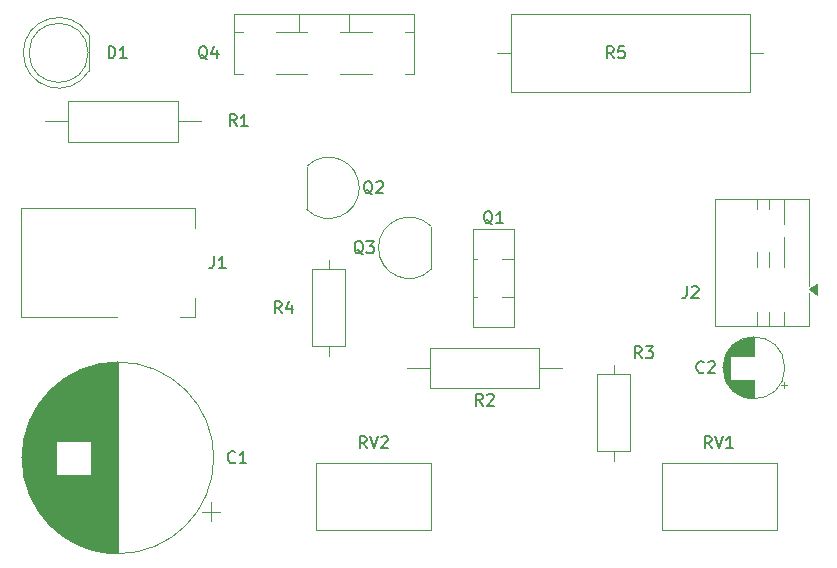
<source format=gbr>
%TF.GenerationSoftware,KiCad,Pcbnew,9.0.1*%
%TF.CreationDate,2025-04-21T17:26:17+02:00*%
%TF.ProjectId,TIP3055VariablePowerSupply,54495033-3035-4355-9661-726961626c65,rev?*%
%TF.SameCoordinates,Original*%
%TF.FileFunction,Legend,Top*%
%TF.FilePolarity,Positive*%
%FSLAX46Y46*%
G04 Gerber Fmt 4.6, Leading zero omitted, Abs format (unit mm)*
G04 Created by KiCad (PCBNEW 9.0.1) date 2025-04-21 17:26:17*
%MOMM*%
%LPD*%
G01*
G04 APERTURE LIST*
%ADD10C,0.200000*%
%ADD11C,0.120000*%
G04 APERTURE END LIST*
D10*
X165597516Y-102052219D02*
X165264183Y-101576028D01*
X165026088Y-102052219D02*
X165026088Y-101052219D01*
X165026088Y-101052219D02*
X165407040Y-101052219D01*
X165407040Y-101052219D02*
X165502278Y-101099838D01*
X165502278Y-101099838D02*
X165549897Y-101147457D01*
X165549897Y-101147457D02*
X165597516Y-101242695D01*
X165597516Y-101242695D02*
X165597516Y-101385552D01*
X165597516Y-101385552D02*
X165549897Y-101480790D01*
X165549897Y-101480790D02*
X165502278Y-101528409D01*
X165502278Y-101528409D02*
X165407040Y-101576028D01*
X165407040Y-101576028D02*
X165026088Y-101576028D01*
X165883231Y-101052219D02*
X166216564Y-102052219D01*
X166216564Y-102052219D02*
X166549897Y-101052219D01*
X167407040Y-102052219D02*
X166835612Y-102052219D01*
X167121326Y-102052219D02*
X167121326Y-101052219D01*
X167121326Y-101052219D02*
X167026088Y-101195076D01*
X167026088Y-101195076D02*
X166930850Y-101290314D01*
X166930850Y-101290314D02*
X166835612Y-101337933D01*
X136387516Y-102052219D02*
X136054183Y-101576028D01*
X135816088Y-102052219D02*
X135816088Y-101052219D01*
X135816088Y-101052219D02*
X136197040Y-101052219D01*
X136197040Y-101052219D02*
X136292278Y-101099838D01*
X136292278Y-101099838D02*
X136339897Y-101147457D01*
X136339897Y-101147457D02*
X136387516Y-101242695D01*
X136387516Y-101242695D02*
X136387516Y-101385552D01*
X136387516Y-101385552D02*
X136339897Y-101480790D01*
X136339897Y-101480790D02*
X136292278Y-101528409D01*
X136292278Y-101528409D02*
X136197040Y-101576028D01*
X136197040Y-101576028D02*
X135816088Y-101576028D01*
X136673231Y-101052219D02*
X137006564Y-102052219D01*
X137006564Y-102052219D02*
X137339897Y-101052219D01*
X137625612Y-101147457D02*
X137673231Y-101099838D01*
X137673231Y-101099838D02*
X137768469Y-101052219D01*
X137768469Y-101052219D02*
X138006564Y-101052219D01*
X138006564Y-101052219D02*
X138101802Y-101099838D01*
X138101802Y-101099838D02*
X138149421Y-101147457D01*
X138149421Y-101147457D02*
X138197040Y-101242695D01*
X138197040Y-101242695D02*
X138197040Y-101337933D01*
X138197040Y-101337933D02*
X138149421Y-101480790D01*
X138149421Y-101480790D02*
X137577993Y-102052219D01*
X137577993Y-102052219D02*
X138197040Y-102052219D01*
X159676088Y-94432219D02*
X159342755Y-93956028D01*
X159104660Y-94432219D02*
X159104660Y-93432219D01*
X159104660Y-93432219D02*
X159485612Y-93432219D01*
X159485612Y-93432219D02*
X159580850Y-93479838D01*
X159580850Y-93479838D02*
X159628469Y-93527457D01*
X159628469Y-93527457D02*
X159676088Y-93622695D01*
X159676088Y-93622695D02*
X159676088Y-93765552D01*
X159676088Y-93765552D02*
X159628469Y-93860790D01*
X159628469Y-93860790D02*
X159580850Y-93908409D01*
X159580850Y-93908409D02*
X159485612Y-93956028D01*
X159485612Y-93956028D02*
X159104660Y-93956028D01*
X160009422Y-93432219D02*
X160628469Y-93432219D01*
X160628469Y-93432219D02*
X160295136Y-93813171D01*
X160295136Y-93813171D02*
X160437993Y-93813171D01*
X160437993Y-93813171D02*
X160533231Y-93860790D01*
X160533231Y-93860790D02*
X160580850Y-93908409D01*
X160580850Y-93908409D02*
X160628469Y-94003647D01*
X160628469Y-94003647D02*
X160628469Y-94241742D01*
X160628469Y-94241742D02*
X160580850Y-94336980D01*
X160580850Y-94336980D02*
X160533231Y-94384600D01*
X160533231Y-94384600D02*
X160437993Y-94432219D01*
X160437993Y-94432219D02*
X160152279Y-94432219D01*
X160152279Y-94432219D02*
X160057041Y-94384600D01*
X160057041Y-94384600D02*
X160009422Y-94336980D01*
X146213333Y-98452219D02*
X145880000Y-97976028D01*
X145641905Y-98452219D02*
X145641905Y-97452219D01*
X145641905Y-97452219D02*
X146022857Y-97452219D01*
X146022857Y-97452219D02*
X146118095Y-97499838D01*
X146118095Y-97499838D02*
X146165714Y-97547457D01*
X146165714Y-97547457D02*
X146213333Y-97642695D01*
X146213333Y-97642695D02*
X146213333Y-97785552D01*
X146213333Y-97785552D02*
X146165714Y-97880790D01*
X146165714Y-97880790D02*
X146118095Y-97928409D01*
X146118095Y-97928409D02*
X146022857Y-97976028D01*
X146022857Y-97976028D02*
X145641905Y-97976028D01*
X146594286Y-97547457D02*
X146641905Y-97499838D01*
X146641905Y-97499838D02*
X146737143Y-97452219D01*
X146737143Y-97452219D02*
X146975238Y-97452219D01*
X146975238Y-97452219D02*
X147070476Y-97499838D01*
X147070476Y-97499838D02*
X147118095Y-97547457D01*
X147118095Y-97547457D02*
X147165714Y-97642695D01*
X147165714Y-97642695D02*
X147165714Y-97737933D01*
X147165714Y-97737933D02*
X147118095Y-97880790D01*
X147118095Y-97880790D02*
X146546667Y-98452219D01*
X146546667Y-98452219D02*
X147165714Y-98452219D01*
X125386088Y-74782219D02*
X125052755Y-74306028D01*
X124814660Y-74782219D02*
X124814660Y-73782219D01*
X124814660Y-73782219D02*
X125195612Y-73782219D01*
X125195612Y-73782219D02*
X125290850Y-73829838D01*
X125290850Y-73829838D02*
X125338469Y-73877457D01*
X125338469Y-73877457D02*
X125386088Y-73972695D01*
X125386088Y-73972695D02*
X125386088Y-74115552D01*
X125386088Y-74115552D02*
X125338469Y-74210790D01*
X125338469Y-74210790D02*
X125290850Y-74258409D01*
X125290850Y-74258409D02*
X125195612Y-74306028D01*
X125195612Y-74306028D02*
X124814660Y-74306028D01*
X126338469Y-74782219D02*
X125767041Y-74782219D01*
X126052755Y-74782219D02*
X126052755Y-73782219D01*
X126052755Y-73782219D02*
X125957517Y-73925076D01*
X125957517Y-73925076D02*
X125862279Y-74020314D01*
X125862279Y-74020314D02*
X125767041Y-74067933D01*
X125266088Y-103226980D02*
X125218469Y-103274600D01*
X125218469Y-103274600D02*
X125075612Y-103322219D01*
X125075612Y-103322219D02*
X124980374Y-103322219D01*
X124980374Y-103322219D02*
X124837517Y-103274600D01*
X124837517Y-103274600D02*
X124742279Y-103179361D01*
X124742279Y-103179361D02*
X124694660Y-103084123D01*
X124694660Y-103084123D02*
X124647041Y-102893647D01*
X124647041Y-102893647D02*
X124647041Y-102750790D01*
X124647041Y-102750790D02*
X124694660Y-102560314D01*
X124694660Y-102560314D02*
X124742279Y-102465076D01*
X124742279Y-102465076D02*
X124837517Y-102369838D01*
X124837517Y-102369838D02*
X124980374Y-102322219D01*
X124980374Y-102322219D02*
X125075612Y-102322219D01*
X125075612Y-102322219D02*
X125218469Y-102369838D01*
X125218469Y-102369838D02*
X125266088Y-102417457D01*
X126218469Y-103322219D02*
X125647041Y-103322219D01*
X125932755Y-103322219D02*
X125932755Y-102322219D01*
X125932755Y-102322219D02*
X125837517Y-102465076D01*
X125837517Y-102465076D02*
X125742279Y-102560314D01*
X125742279Y-102560314D02*
X125647041Y-102607933D01*
X123469421Y-85812219D02*
X123469421Y-86526504D01*
X123469421Y-86526504D02*
X123421802Y-86669361D01*
X123421802Y-86669361D02*
X123326564Y-86764600D01*
X123326564Y-86764600D02*
X123183707Y-86812219D01*
X123183707Y-86812219D02*
X123088469Y-86812219D01*
X124469421Y-86812219D02*
X123897993Y-86812219D01*
X124183707Y-86812219D02*
X124183707Y-85812219D01*
X124183707Y-85812219D02*
X124088469Y-85955076D01*
X124088469Y-85955076D02*
X123993231Y-86050314D01*
X123993231Y-86050314D02*
X123897993Y-86097933D01*
X147047516Y-83097457D02*
X146952278Y-83049838D01*
X146952278Y-83049838D02*
X146857040Y-82954600D01*
X146857040Y-82954600D02*
X146714183Y-82811742D01*
X146714183Y-82811742D02*
X146618945Y-82764123D01*
X146618945Y-82764123D02*
X146523707Y-82764123D01*
X146571326Y-83002219D02*
X146476088Y-82954600D01*
X146476088Y-82954600D02*
X146380850Y-82859361D01*
X146380850Y-82859361D02*
X146333231Y-82668885D01*
X146333231Y-82668885D02*
X146333231Y-82335552D01*
X146333231Y-82335552D02*
X146380850Y-82145076D01*
X146380850Y-82145076D02*
X146476088Y-82049838D01*
X146476088Y-82049838D02*
X146571326Y-82002219D01*
X146571326Y-82002219D02*
X146761802Y-82002219D01*
X146761802Y-82002219D02*
X146857040Y-82049838D01*
X146857040Y-82049838D02*
X146952278Y-82145076D01*
X146952278Y-82145076D02*
X146999897Y-82335552D01*
X146999897Y-82335552D02*
X146999897Y-82668885D01*
X146999897Y-82668885D02*
X146952278Y-82859361D01*
X146952278Y-82859361D02*
X146857040Y-82954600D01*
X146857040Y-82954600D02*
X146761802Y-83002219D01*
X146761802Y-83002219D02*
X146571326Y-83002219D01*
X147952278Y-83002219D02*
X147380850Y-83002219D01*
X147666564Y-83002219D02*
X147666564Y-82002219D01*
X147666564Y-82002219D02*
X147571326Y-82145076D01*
X147571326Y-82145076D02*
X147476088Y-82240314D01*
X147476088Y-82240314D02*
X147380850Y-82287933D01*
X136887516Y-80557457D02*
X136792278Y-80509838D01*
X136792278Y-80509838D02*
X136697040Y-80414600D01*
X136697040Y-80414600D02*
X136554183Y-80271742D01*
X136554183Y-80271742D02*
X136458945Y-80224123D01*
X136458945Y-80224123D02*
X136363707Y-80224123D01*
X136411326Y-80462219D02*
X136316088Y-80414600D01*
X136316088Y-80414600D02*
X136220850Y-80319361D01*
X136220850Y-80319361D02*
X136173231Y-80128885D01*
X136173231Y-80128885D02*
X136173231Y-79795552D01*
X136173231Y-79795552D02*
X136220850Y-79605076D01*
X136220850Y-79605076D02*
X136316088Y-79509838D01*
X136316088Y-79509838D02*
X136411326Y-79462219D01*
X136411326Y-79462219D02*
X136601802Y-79462219D01*
X136601802Y-79462219D02*
X136697040Y-79509838D01*
X136697040Y-79509838D02*
X136792278Y-79605076D01*
X136792278Y-79605076D02*
X136839897Y-79795552D01*
X136839897Y-79795552D02*
X136839897Y-80128885D01*
X136839897Y-80128885D02*
X136792278Y-80319361D01*
X136792278Y-80319361D02*
X136697040Y-80414600D01*
X136697040Y-80414600D02*
X136601802Y-80462219D01*
X136601802Y-80462219D02*
X136411326Y-80462219D01*
X137220850Y-79557457D02*
X137268469Y-79509838D01*
X137268469Y-79509838D02*
X137363707Y-79462219D01*
X137363707Y-79462219D02*
X137601802Y-79462219D01*
X137601802Y-79462219D02*
X137697040Y-79509838D01*
X137697040Y-79509838D02*
X137744659Y-79557457D01*
X137744659Y-79557457D02*
X137792278Y-79652695D01*
X137792278Y-79652695D02*
X137792278Y-79747933D01*
X137792278Y-79747933D02*
X137744659Y-79890790D01*
X137744659Y-79890790D02*
X137173231Y-80462219D01*
X137173231Y-80462219D02*
X137792278Y-80462219D01*
X122917516Y-69127457D02*
X122822278Y-69079838D01*
X122822278Y-69079838D02*
X122727040Y-68984600D01*
X122727040Y-68984600D02*
X122584183Y-68841742D01*
X122584183Y-68841742D02*
X122488945Y-68794123D01*
X122488945Y-68794123D02*
X122393707Y-68794123D01*
X122441326Y-69032219D02*
X122346088Y-68984600D01*
X122346088Y-68984600D02*
X122250850Y-68889361D01*
X122250850Y-68889361D02*
X122203231Y-68698885D01*
X122203231Y-68698885D02*
X122203231Y-68365552D01*
X122203231Y-68365552D02*
X122250850Y-68175076D01*
X122250850Y-68175076D02*
X122346088Y-68079838D01*
X122346088Y-68079838D02*
X122441326Y-68032219D01*
X122441326Y-68032219D02*
X122631802Y-68032219D01*
X122631802Y-68032219D02*
X122727040Y-68079838D01*
X122727040Y-68079838D02*
X122822278Y-68175076D01*
X122822278Y-68175076D02*
X122869897Y-68365552D01*
X122869897Y-68365552D02*
X122869897Y-68698885D01*
X122869897Y-68698885D02*
X122822278Y-68889361D01*
X122822278Y-68889361D02*
X122727040Y-68984600D01*
X122727040Y-68984600D02*
X122631802Y-69032219D01*
X122631802Y-69032219D02*
X122441326Y-69032219D01*
X123727040Y-68365552D02*
X123727040Y-69032219D01*
X123488945Y-67984600D02*
X123250850Y-68698885D01*
X123250850Y-68698885D02*
X123869897Y-68698885D01*
X157313333Y-69032219D02*
X156980000Y-68556028D01*
X156741905Y-69032219D02*
X156741905Y-68032219D01*
X156741905Y-68032219D02*
X157122857Y-68032219D01*
X157122857Y-68032219D02*
X157218095Y-68079838D01*
X157218095Y-68079838D02*
X157265714Y-68127457D01*
X157265714Y-68127457D02*
X157313333Y-68222695D01*
X157313333Y-68222695D02*
X157313333Y-68365552D01*
X157313333Y-68365552D02*
X157265714Y-68460790D01*
X157265714Y-68460790D02*
X157218095Y-68508409D01*
X157218095Y-68508409D02*
X157122857Y-68556028D01*
X157122857Y-68556028D02*
X156741905Y-68556028D01*
X158218095Y-68032219D02*
X157741905Y-68032219D01*
X157741905Y-68032219D02*
X157694286Y-68508409D01*
X157694286Y-68508409D02*
X157741905Y-68460790D01*
X157741905Y-68460790D02*
X157837143Y-68413171D01*
X157837143Y-68413171D02*
X158075238Y-68413171D01*
X158075238Y-68413171D02*
X158170476Y-68460790D01*
X158170476Y-68460790D02*
X158218095Y-68508409D01*
X158218095Y-68508409D02*
X158265714Y-68603647D01*
X158265714Y-68603647D02*
X158265714Y-68841742D01*
X158265714Y-68841742D02*
X158218095Y-68936980D01*
X158218095Y-68936980D02*
X158170476Y-68984600D01*
X158170476Y-68984600D02*
X158075238Y-69032219D01*
X158075238Y-69032219D02*
X157837143Y-69032219D01*
X157837143Y-69032219D02*
X157741905Y-68984600D01*
X157741905Y-68984600D02*
X157694286Y-68936980D01*
X164933333Y-95606980D02*
X164885714Y-95654600D01*
X164885714Y-95654600D02*
X164742857Y-95702219D01*
X164742857Y-95702219D02*
X164647619Y-95702219D01*
X164647619Y-95702219D02*
X164504762Y-95654600D01*
X164504762Y-95654600D02*
X164409524Y-95559361D01*
X164409524Y-95559361D02*
X164361905Y-95464123D01*
X164361905Y-95464123D02*
X164314286Y-95273647D01*
X164314286Y-95273647D02*
X164314286Y-95130790D01*
X164314286Y-95130790D02*
X164361905Y-94940314D01*
X164361905Y-94940314D02*
X164409524Y-94845076D01*
X164409524Y-94845076D02*
X164504762Y-94749838D01*
X164504762Y-94749838D02*
X164647619Y-94702219D01*
X164647619Y-94702219D02*
X164742857Y-94702219D01*
X164742857Y-94702219D02*
X164885714Y-94749838D01*
X164885714Y-94749838D02*
X164933333Y-94797457D01*
X165314286Y-94797457D02*
X165361905Y-94749838D01*
X165361905Y-94749838D02*
X165457143Y-94702219D01*
X165457143Y-94702219D02*
X165695238Y-94702219D01*
X165695238Y-94702219D02*
X165790476Y-94749838D01*
X165790476Y-94749838D02*
X165838095Y-94797457D01*
X165838095Y-94797457D02*
X165885714Y-94892695D01*
X165885714Y-94892695D02*
X165885714Y-94987933D01*
X165885714Y-94987933D02*
X165838095Y-95130790D01*
X165838095Y-95130790D02*
X165266667Y-95702219D01*
X165266667Y-95702219D02*
X165885714Y-95702219D01*
X136094761Y-85637457D02*
X135999523Y-85589838D01*
X135999523Y-85589838D02*
X135904285Y-85494600D01*
X135904285Y-85494600D02*
X135761428Y-85351742D01*
X135761428Y-85351742D02*
X135666190Y-85304123D01*
X135666190Y-85304123D02*
X135570952Y-85304123D01*
X135618571Y-85542219D02*
X135523333Y-85494600D01*
X135523333Y-85494600D02*
X135428095Y-85399361D01*
X135428095Y-85399361D02*
X135380476Y-85208885D01*
X135380476Y-85208885D02*
X135380476Y-84875552D01*
X135380476Y-84875552D02*
X135428095Y-84685076D01*
X135428095Y-84685076D02*
X135523333Y-84589838D01*
X135523333Y-84589838D02*
X135618571Y-84542219D01*
X135618571Y-84542219D02*
X135809047Y-84542219D01*
X135809047Y-84542219D02*
X135904285Y-84589838D01*
X135904285Y-84589838D02*
X135999523Y-84685076D01*
X135999523Y-84685076D02*
X136047142Y-84875552D01*
X136047142Y-84875552D02*
X136047142Y-85208885D01*
X136047142Y-85208885D02*
X135999523Y-85399361D01*
X135999523Y-85399361D02*
X135904285Y-85494600D01*
X135904285Y-85494600D02*
X135809047Y-85542219D01*
X135809047Y-85542219D02*
X135618571Y-85542219D01*
X136380476Y-84542219D02*
X136999523Y-84542219D01*
X136999523Y-84542219D02*
X136666190Y-84923171D01*
X136666190Y-84923171D02*
X136809047Y-84923171D01*
X136809047Y-84923171D02*
X136904285Y-84970790D01*
X136904285Y-84970790D02*
X136951904Y-85018409D01*
X136951904Y-85018409D02*
X136999523Y-85113647D01*
X136999523Y-85113647D02*
X136999523Y-85351742D01*
X136999523Y-85351742D02*
X136951904Y-85446980D01*
X136951904Y-85446980D02*
X136904285Y-85494600D01*
X136904285Y-85494600D02*
X136809047Y-85542219D01*
X136809047Y-85542219D02*
X136523333Y-85542219D01*
X136523333Y-85542219D02*
X136428095Y-85494600D01*
X136428095Y-85494600D02*
X136380476Y-85446980D01*
X114544660Y-69032219D02*
X114544660Y-68032219D01*
X114544660Y-68032219D02*
X114782755Y-68032219D01*
X114782755Y-68032219D02*
X114925612Y-68079838D01*
X114925612Y-68079838D02*
X115020850Y-68175076D01*
X115020850Y-68175076D02*
X115068469Y-68270314D01*
X115068469Y-68270314D02*
X115116088Y-68460790D01*
X115116088Y-68460790D02*
X115116088Y-68603647D01*
X115116088Y-68603647D02*
X115068469Y-68794123D01*
X115068469Y-68794123D02*
X115020850Y-68889361D01*
X115020850Y-68889361D02*
X114925612Y-68984600D01*
X114925612Y-68984600D02*
X114782755Y-69032219D01*
X114782755Y-69032219D02*
X114544660Y-69032219D01*
X116068469Y-69032219D02*
X115497041Y-69032219D01*
X115782755Y-69032219D02*
X115782755Y-68032219D01*
X115782755Y-68032219D02*
X115687517Y-68175076D01*
X115687517Y-68175076D02*
X115592279Y-68270314D01*
X115592279Y-68270314D02*
X115497041Y-68317933D01*
X129196088Y-90622219D02*
X128862755Y-90146028D01*
X128624660Y-90622219D02*
X128624660Y-89622219D01*
X128624660Y-89622219D02*
X129005612Y-89622219D01*
X129005612Y-89622219D02*
X129100850Y-89669838D01*
X129100850Y-89669838D02*
X129148469Y-89717457D01*
X129148469Y-89717457D02*
X129196088Y-89812695D01*
X129196088Y-89812695D02*
X129196088Y-89955552D01*
X129196088Y-89955552D02*
X129148469Y-90050790D01*
X129148469Y-90050790D02*
X129100850Y-90098409D01*
X129100850Y-90098409D02*
X129005612Y-90146028D01*
X129005612Y-90146028D02*
X128624660Y-90146028D01*
X130053231Y-89955552D02*
X130053231Y-90622219D01*
X129815136Y-89574600D02*
X129577041Y-90288885D01*
X129577041Y-90288885D02*
X130196088Y-90288885D01*
X163496666Y-88352219D02*
X163496666Y-89066504D01*
X163496666Y-89066504D02*
X163449047Y-89209361D01*
X163449047Y-89209361D02*
X163353809Y-89304600D01*
X163353809Y-89304600D02*
X163210952Y-89352219D01*
X163210952Y-89352219D02*
X163115714Y-89352219D01*
X163925238Y-88447457D02*
X163972857Y-88399838D01*
X163972857Y-88399838D02*
X164068095Y-88352219D01*
X164068095Y-88352219D02*
X164306190Y-88352219D01*
X164306190Y-88352219D02*
X164401428Y-88399838D01*
X164401428Y-88399838D02*
X164449047Y-88447457D01*
X164449047Y-88447457D02*
X164496666Y-88542695D01*
X164496666Y-88542695D02*
X164496666Y-88637933D01*
X164496666Y-88637933D02*
X164449047Y-88780790D01*
X164449047Y-88780790D02*
X163877619Y-89352219D01*
X163877619Y-89352219D02*
X164496666Y-89352219D01*
D11*
%TO.C,RV1*%
X171102755Y-103339000D02*
X161362755Y-103339000D01*
X171102755Y-103339000D02*
X171102755Y-108980000D01*
X161362755Y-103339000D02*
X161362755Y-108980000D01*
X171102755Y-108980000D02*
X161362755Y-108980000D01*
%TO.C,RV2*%
X141852755Y-103339000D02*
X132112755Y-103339000D01*
X141852755Y-103339000D02*
X141852755Y-108980000D01*
X132112755Y-103339000D02*
X132112755Y-108980000D01*
X141852755Y-108980000D02*
X132112755Y-108980000D01*
%TO.C,R3*%
X157302755Y-95020000D02*
X157302755Y-95790000D01*
X158672755Y-95790000D02*
X155932755Y-95790000D01*
X155932755Y-95790000D02*
X155932755Y-102330000D01*
X158672755Y-102330000D02*
X158672755Y-95790000D01*
X155932755Y-102330000D02*
X158672755Y-102330000D01*
X157302755Y-103100000D02*
X157302755Y-102330000D01*
%TO.C,R2*%
X152960000Y-95250000D02*
X151000000Y-95250000D01*
X151000000Y-96970000D02*
X151000000Y-93530000D01*
X151000000Y-93530000D02*
X141760000Y-93530000D01*
X141760000Y-96970000D02*
X151000000Y-96970000D01*
X141760000Y-93530000D02*
X141760000Y-96970000D01*
X139800000Y-95250000D02*
X141760000Y-95250000D01*
%TO.C,R1*%
X109182755Y-74370000D02*
X111142755Y-74370000D01*
X111142755Y-72650000D02*
X111142755Y-76090000D01*
X111142755Y-76090000D02*
X120382755Y-76090000D01*
X120382755Y-72650000D02*
X111142755Y-72650000D01*
X120382755Y-76090000D02*
X120382755Y-72650000D01*
X122342755Y-74370000D02*
X120382755Y-74370000D01*
%TO.C,C1*%
X124022246Y-107425000D02*
X122422246Y-107425000D01*
X123222246Y-108225000D02*
X123222246Y-106625000D01*
X115332755Y-110950000D02*
X115332755Y-94790000D01*
X115292755Y-110950000D02*
X115292755Y-94790000D01*
X115252755Y-110950000D02*
X115252755Y-94790000D01*
X115212755Y-110949000D02*
X115212755Y-94791000D01*
X115172755Y-110948000D02*
X115172755Y-94792000D01*
X115132755Y-110948000D02*
X115132755Y-94792000D01*
X115092755Y-110946000D02*
X115092755Y-94794000D01*
X115052755Y-110945000D02*
X115052755Y-94795000D01*
X115012755Y-110944000D02*
X115012755Y-94796000D01*
X114972755Y-110942000D02*
X114972755Y-94798000D01*
X114932755Y-110940000D02*
X114932755Y-94800000D01*
X114892755Y-110938000D02*
X114892755Y-94802000D01*
X114852755Y-110936000D02*
X114852755Y-94804000D01*
X114812755Y-110933000D02*
X114812755Y-94807000D01*
X114772755Y-110931000D02*
X114772755Y-94809000D01*
X114732755Y-110928000D02*
X114732755Y-94812000D01*
X114692755Y-110925000D02*
X114692755Y-94815000D01*
X114652755Y-110921000D02*
X114652755Y-94819000D01*
X114612755Y-110918000D02*
X114612755Y-94822000D01*
X114572755Y-110914000D02*
X114572755Y-94826000D01*
X114532755Y-110910000D02*
X114532755Y-94830000D01*
X114492755Y-110906000D02*
X114492755Y-94834000D01*
X114452755Y-110902000D02*
X114452755Y-94838000D01*
X114412755Y-110898000D02*
X114412755Y-94842000D01*
X114372755Y-110893000D02*
X114372755Y-94847000D01*
X114332755Y-110888000D02*
X114332755Y-94852000D01*
X114292755Y-110883000D02*
X114292755Y-94857000D01*
X114252755Y-110878000D02*
X114252755Y-94862000D01*
X114212755Y-110872000D02*
X114212755Y-94868000D01*
X114172755Y-110867000D02*
X114172755Y-94873000D01*
X114132755Y-110861000D02*
X114132755Y-94879000D01*
X114092755Y-110855000D02*
X114092755Y-94885000D01*
X114052755Y-110848000D02*
X114052755Y-94892000D01*
X114012755Y-110842000D02*
X114012755Y-94898000D01*
X113972755Y-110835000D02*
X113972755Y-94905000D01*
X113932755Y-110828000D02*
X113932755Y-94912000D01*
X113892755Y-110821000D02*
X113892755Y-94919000D01*
X113852755Y-110814000D02*
X113852755Y-94926000D01*
X113812755Y-110806000D02*
X113812755Y-94934000D01*
X113772755Y-110799000D02*
X113772755Y-94941000D01*
X113732755Y-110791000D02*
X113732755Y-94949000D01*
X113692755Y-110783000D02*
X113692755Y-94957000D01*
X113652755Y-110774000D02*
X113652755Y-94966000D01*
X113612755Y-110766000D02*
X113612755Y-94974000D01*
X113572755Y-110757000D02*
X113572755Y-94983000D01*
X113532755Y-110748000D02*
X113532755Y-94992000D01*
X113492755Y-110739000D02*
X113492755Y-95001000D01*
X113452755Y-110729000D02*
X113452755Y-95011000D01*
X113412755Y-110720000D02*
X113412755Y-95020000D01*
X113372755Y-110710000D02*
X113372755Y-95030000D01*
X113332755Y-110700000D02*
X113332755Y-95040000D01*
X113292755Y-110690000D02*
X113292755Y-95050000D01*
X113252755Y-110679000D02*
X113252755Y-95061000D01*
X113212755Y-110668000D02*
X113212755Y-95072000D01*
X113172755Y-110657000D02*
X113172755Y-95083000D01*
X113132755Y-110646000D02*
X113132755Y-95094000D01*
X113092755Y-110635000D02*
X113092755Y-95105000D01*
X113052755Y-110623000D02*
X113052755Y-95117000D01*
X113012755Y-110612000D02*
X113012755Y-104310000D01*
X113012755Y-101430000D02*
X113012755Y-95128000D01*
X112972755Y-110599000D02*
X112972755Y-104310000D01*
X112972755Y-101430000D02*
X112972755Y-95141000D01*
X112932755Y-110587000D02*
X112932755Y-104310000D01*
X112932755Y-101430000D02*
X112932755Y-95153000D01*
X112892755Y-110575000D02*
X112892755Y-104310000D01*
X112892755Y-101430000D02*
X112892755Y-95165000D01*
X112852755Y-110562000D02*
X112852755Y-104310000D01*
X112852755Y-101430000D02*
X112852755Y-95178000D01*
X112812755Y-110549000D02*
X112812755Y-104310000D01*
X112812755Y-101430000D02*
X112812755Y-95191000D01*
X112772755Y-110536000D02*
X112772755Y-104310000D01*
X112772755Y-101430000D02*
X112772755Y-95204000D01*
X112732755Y-110522000D02*
X112732755Y-104310000D01*
X112732755Y-101430000D02*
X112732755Y-95218000D01*
X112692755Y-110509000D02*
X112692755Y-104310000D01*
X112692755Y-101430000D02*
X112692755Y-95231000D01*
X112652755Y-110495000D02*
X112652755Y-104310000D01*
X112652755Y-101430000D02*
X112652755Y-95245000D01*
X112612755Y-110481000D02*
X112612755Y-104310000D01*
X112612755Y-101430000D02*
X112612755Y-95259000D01*
X112572755Y-110467000D02*
X112572755Y-104310000D01*
X112572755Y-101430000D02*
X112572755Y-95273000D01*
X112532755Y-110452000D02*
X112532755Y-104310000D01*
X112532755Y-101430000D02*
X112532755Y-95288000D01*
X112492755Y-110437000D02*
X112492755Y-104310000D01*
X112492755Y-101430000D02*
X112492755Y-95303000D01*
X112452755Y-110422000D02*
X112452755Y-104310000D01*
X112452755Y-101430000D02*
X112452755Y-95318000D01*
X112412755Y-110407000D02*
X112412755Y-104310000D01*
X112412755Y-101430000D02*
X112412755Y-95333000D01*
X112372755Y-110391000D02*
X112372755Y-104310000D01*
X112372755Y-101430000D02*
X112372755Y-95349000D01*
X112332755Y-110375000D02*
X112332755Y-104310000D01*
X112332755Y-101430000D02*
X112332755Y-95365000D01*
X112292755Y-110359000D02*
X112292755Y-104310000D01*
X112292755Y-101430000D02*
X112292755Y-95381000D01*
X112252755Y-110343000D02*
X112252755Y-104310000D01*
X112252755Y-101430000D02*
X112252755Y-95397000D01*
X112212755Y-110327000D02*
X112212755Y-104310000D01*
X112212755Y-101430000D02*
X112212755Y-95413000D01*
X112172755Y-110310000D02*
X112172755Y-104310000D01*
X112172755Y-101430000D02*
X112172755Y-95430000D01*
X112132755Y-110293000D02*
X112132755Y-104310000D01*
X112132755Y-101430000D02*
X112132755Y-95447000D01*
X112092755Y-110276000D02*
X112092755Y-104310000D01*
X112092755Y-101430000D02*
X112092755Y-95464000D01*
X112052755Y-110258000D02*
X112052755Y-104310000D01*
X112052755Y-101430000D02*
X112052755Y-95482000D01*
X112012755Y-110240000D02*
X112012755Y-104310000D01*
X112012755Y-101430000D02*
X112012755Y-95500000D01*
X111972755Y-110222000D02*
X111972755Y-104310000D01*
X111972755Y-101430000D02*
X111972755Y-95518000D01*
X111932755Y-110204000D02*
X111932755Y-104310000D01*
X111932755Y-101430000D02*
X111932755Y-95536000D01*
X111892755Y-110185000D02*
X111892755Y-104310000D01*
X111892755Y-101430000D02*
X111892755Y-95555000D01*
X111852755Y-110166000D02*
X111852755Y-104310000D01*
X111852755Y-101430000D02*
X111852755Y-95574000D01*
X111812755Y-110147000D02*
X111812755Y-104310000D01*
X111812755Y-101430000D02*
X111812755Y-95593000D01*
X111772755Y-110128000D02*
X111772755Y-104310000D01*
X111772755Y-101430000D02*
X111772755Y-95612000D01*
X111732755Y-110108000D02*
X111732755Y-104310000D01*
X111732755Y-101430000D02*
X111732755Y-95632000D01*
X111692755Y-110088000D02*
X111692755Y-104310000D01*
X111692755Y-101430000D02*
X111692755Y-95652000D01*
X111652755Y-110068000D02*
X111652755Y-104310000D01*
X111652755Y-101430000D02*
X111652755Y-95672000D01*
X111612755Y-110048000D02*
X111612755Y-104310000D01*
X111612755Y-101430000D02*
X111612755Y-95692000D01*
X111572755Y-110027000D02*
X111572755Y-104310000D01*
X111572755Y-101430000D02*
X111572755Y-95713000D01*
X111532755Y-110006000D02*
X111532755Y-104310000D01*
X111532755Y-101430000D02*
X111532755Y-95734000D01*
X111492755Y-109985000D02*
X111492755Y-104310000D01*
X111492755Y-101430000D02*
X111492755Y-95755000D01*
X111452755Y-109963000D02*
X111452755Y-104310000D01*
X111452755Y-101430000D02*
X111452755Y-95777000D01*
X111412755Y-109941000D02*
X111412755Y-104310000D01*
X111412755Y-101430000D02*
X111412755Y-95799000D01*
X111372755Y-109919000D02*
X111372755Y-104310000D01*
X111372755Y-101430000D02*
X111372755Y-95821000D01*
X111332755Y-109896000D02*
X111332755Y-104310000D01*
X111332755Y-101430000D02*
X111332755Y-95844000D01*
X111292755Y-109874000D02*
X111292755Y-104310000D01*
X111292755Y-101430000D02*
X111292755Y-95866000D01*
X111252755Y-109851000D02*
X111252755Y-104310000D01*
X111252755Y-101430000D02*
X111252755Y-95889000D01*
X111212755Y-109827000D02*
X111212755Y-104310000D01*
X111212755Y-101430000D02*
X111212755Y-95913000D01*
X111172755Y-109803000D02*
X111172755Y-104310000D01*
X111172755Y-101430000D02*
X111172755Y-95937000D01*
X111132755Y-109779000D02*
X111132755Y-104310000D01*
X111132755Y-101430000D02*
X111132755Y-95961000D01*
X111092755Y-109755000D02*
X111092755Y-104310000D01*
X111092755Y-101430000D02*
X111092755Y-95985000D01*
X111052755Y-109730000D02*
X111052755Y-104310000D01*
X111052755Y-101430000D02*
X111052755Y-96010000D01*
X111012755Y-109705000D02*
X111012755Y-104310000D01*
X111012755Y-101430000D02*
X111012755Y-96035000D01*
X110972755Y-109680000D02*
X110972755Y-104310000D01*
X110972755Y-101430000D02*
X110972755Y-96060000D01*
X110932755Y-109655000D02*
X110932755Y-104310000D01*
X110932755Y-101430000D02*
X110932755Y-96085000D01*
X110892755Y-109629000D02*
X110892755Y-104310000D01*
X110892755Y-101430000D02*
X110892755Y-96111000D01*
X110852755Y-109602000D02*
X110852755Y-104310000D01*
X110852755Y-101430000D02*
X110852755Y-96138000D01*
X110812755Y-109576000D02*
X110812755Y-104310000D01*
X110812755Y-101430000D02*
X110812755Y-96164000D01*
X110772755Y-109549000D02*
X110772755Y-104310000D01*
X110772755Y-101430000D02*
X110772755Y-96191000D01*
X110732755Y-109521000D02*
X110732755Y-104310000D01*
X110732755Y-101430000D02*
X110732755Y-96219000D01*
X110692755Y-109494000D02*
X110692755Y-104310000D01*
X110692755Y-101430000D02*
X110692755Y-96246000D01*
X110652755Y-109466000D02*
X110652755Y-104310000D01*
X110652755Y-101430000D02*
X110652755Y-96274000D01*
X110612755Y-109437000D02*
X110612755Y-104310000D01*
X110612755Y-101430000D02*
X110612755Y-96303000D01*
X110572755Y-109409000D02*
X110572755Y-104310000D01*
X110572755Y-101430000D02*
X110572755Y-96331000D01*
X110532755Y-109379000D02*
X110532755Y-104310000D01*
X110532755Y-101430000D02*
X110532755Y-96361000D01*
X110492755Y-109350000D02*
X110492755Y-104310000D01*
X110492755Y-101430000D02*
X110492755Y-96390000D01*
X110452755Y-109320000D02*
X110452755Y-104310000D01*
X110452755Y-101430000D02*
X110452755Y-96420000D01*
X110412755Y-109290000D02*
X110412755Y-104310000D01*
X110412755Y-101430000D02*
X110412755Y-96450000D01*
X110372755Y-109259000D02*
X110372755Y-104310000D01*
X110372755Y-101430000D02*
X110372755Y-96481000D01*
X110332755Y-109228000D02*
X110332755Y-104310000D01*
X110332755Y-101430000D02*
X110332755Y-96512000D01*
X110292755Y-109197000D02*
X110292755Y-104310000D01*
X110292755Y-101430000D02*
X110292755Y-96543000D01*
X110252755Y-109165000D02*
X110252755Y-104310000D01*
X110252755Y-101430000D02*
X110252755Y-96575000D01*
X110212755Y-109132000D02*
X110212755Y-104310000D01*
X110212755Y-101430000D02*
X110212755Y-96608000D01*
X110172755Y-109100000D02*
X110172755Y-104310000D01*
X110172755Y-101430000D02*
X110172755Y-96640000D01*
X110132755Y-109067000D02*
X110132755Y-96673000D01*
X110092755Y-109033000D02*
X110092755Y-96707000D01*
X110052755Y-108999000D02*
X110052755Y-96741000D01*
X110012755Y-108964000D02*
X110012755Y-96776000D01*
X109972755Y-108930000D02*
X109972755Y-96810000D01*
X109932755Y-108894000D02*
X109932755Y-96846000D01*
X109892755Y-108858000D02*
X109892755Y-96882000D01*
X109852755Y-108822000D02*
X109852755Y-96918000D01*
X109812755Y-108785000D02*
X109812755Y-96955000D01*
X109772755Y-108748000D02*
X109772755Y-96992000D01*
X109732755Y-108710000D02*
X109732755Y-97030000D01*
X109692755Y-108672000D02*
X109692755Y-97068000D01*
X109652755Y-108633000D02*
X109652755Y-97107000D01*
X109612755Y-108593000D02*
X109612755Y-97147000D01*
X109572755Y-108553000D02*
X109572755Y-97187000D01*
X109532755Y-108513000D02*
X109532755Y-97227000D01*
X109492755Y-108472000D02*
X109492755Y-97268000D01*
X109452755Y-108430000D02*
X109452755Y-97310000D01*
X109412755Y-108388000D02*
X109412755Y-97352000D01*
X109372755Y-108345000D02*
X109372755Y-97395000D01*
X109332755Y-108301000D02*
X109332755Y-97439000D01*
X109292755Y-108257000D02*
X109292755Y-97483000D01*
X109252755Y-108212000D02*
X109252755Y-97528000D01*
X109212755Y-108167000D02*
X109212755Y-97573000D01*
X109172755Y-108120000D02*
X109172755Y-97620000D01*
X109132755Y-108074000D02*
X109132755Y-97666000D01*
X109092755Y-108026000D02*
X109092755Y-97714000D01*
X109052755Y-107977000D02*
X109052755Y-97763000D01*
X109012755Y-107928000D02*
X109012755Y-97812000D01*
X108972755Y-107878000D02*
X108972755Y-97862000D01*
X108932755Y-107827000D02*
X108932755Y-97913000D01*
X108892755Y-107776000D02*
X108892755Y-97964000D01*
X108852755Y-107723000D02*
X108852755Y-98017000D01*
X108812755Y-107670000D02*
X108812755Y-98070000D01*
X108772755Y-107615000D02*
X108772755Y-98125000D01*
X108732755Y-107560000D02*
X108732755Y-98180000D01*
X108692755Y-107504000D02*
X108692755Y-98236000D01*
X108652755Y-107446000D02*
X108652755Y-98294000D01*
X108612755Y-107388000D02*
X108612755Y-98352000D01*
X108572755Y-107329000D02*
X108572755Y-98411000D01*
X108532755Y-107268000D02*
X108532755Y-98472000D01*
X108492755Y-107206000D02*
X108492755Y-98534000D01*
X108452755Y-107143000D02*
X108452755Y-98597000D01*
X108412755Y-107078000D02*
X108412755Y-98662000D01*
X108372755Y-107012000D02*
X108372755Y-98728000D01*
X108332755Y-106945000D02*
X108332755Y-98795000D01*
X108292755Y-106876000D02*
X108292755Y-98864000D01*
X108252755Y-106806000D02*
X108252755Y-98934000D01*
X108212755Y-106734000D02*
X108212755Y-99006000D01*
X108172755Y-106660000D02*
X108172755Y-99080000D01*
X108132755Y-106584000D02*
X108132755Y-99156000D01*
X108092755Y-106507000D02*
X108092755Y-99233000D01*
X108052755Y-106427000D02*
X108052755Y-99313000D01*
X108012755Y-106345000D02*
X108012755Y-99395000D01*
X107972755Y-106260000D02*
X107972755Y-99480000D01*
X107932755Y-106173000D02*
X107932755Y-99567000D01*
X107892755Y-106083000D02*
X107892755Y-99657000D01*
X107852755Y-105990000D02*
X107852755Y-99750000D01*
X107812755Y-105893000D02*
X107812755Y-99847000D01*
X107772755Y-105793000D02*
X107772755Y-99947000D01*
X107732755Y-105689000D02*
X107732755Y-100051000D01*
X107692755Y-105580000D02*
X107692755Y-100160000D01*
X107652755Y-105467000D02*
X107652755Y-100273000D01*
X107612755Y-105347000D02*
X107612755Y-100393000D01*
X107572755Y-105221000D02*
X107572755Y-100519000D01*
X107532755Y-105087000D02*
X107532755Y-100653000D01*
X107492755Y-104944000D02*
X107492755Y-100796000D01*
X107452755Y-104790000D02*
X107452755Y-100950000D01*
X107412755Y-104621000D02*
X107412755Y-101119000D01*
X107372755Y-104434000D02*
X107372755Y-101306000D01*
X107332755Y-104221000D02*
X107332755Y-101519000D01*
X107292755Y-103967000D02*
X107292755Y-101773000D01*
X107252755Y-103635000D02*
X107252755Y-102105000D01*
X123452755Y-102870000D02*
G75*
G02*
X107212755Y-102870000I-8120000J0D01*
G01*
X107212755Y-102870000D02*
G75*
G02*
X123452755Y-102870000I8120000J0D01*
G01*
%TO.C,J1*%
X107102755Y-81740000D02*
X107102755Y-90980000D01*
X107102755Y-90980000D02*
X115222755Y-90980000D01*
X120622755Y-90980000D02*
X121842755Y-90980000D01*
X121842755Y-81740000D02*
X107102755Y-81740000D01*
X121842755Y-83410000D02*
X121842755Y-81740000D01*
X121842755Y-90980000D02*
X121842755Y-89310000D01*
%TO.C,Q1*%
X148887755Y-91755000D02*
X145397755Y-91755000D01*
X145717755Y-89235000D02*
X145397755Y-89235000D01*
X148887755Y-89235000D02*
X147817755Y-89235000D01*
X145717755Y-86035000D02*
X145397755Y-86035000D01*
X148887755Y-86035000D02*
X147817755Y-86035000D01*
X145397755Y-83514000D02*
X145397755Y-91755000D01*
X148887755Y-83514000D02*
X148887755Y-91755000D01*
X148887755Y-83514000D02*
X145397755Y-83514000D01*
%TO.C,Q2*%
X135772755Y-80010000D02*
G75*
G02*
X131334277Y-81848478I-2600000J0D01*
G01*
X131334277Y-78171522D02*
G75*
G02*
X135772756Y-80010000I1838478J-1838478D01*
G01*
X131322755Y-78210000D02*
X131322755Y-81810000D01*
%TO.C,Q4*%
X140367755Y-65290000D02*
X140367755Y-70330000D01*
X139652755Y-70330000D02*
X140367755Y-70330000D01*
X139652755Y-66800000D02*
X140367755Y-66800000D01*
X134892755Y-65290000D02*
X134892755Y-66800000D01*
X134177755Y-70330000D02*
X136852755Y-70330000D01*
X134177755Y-66800000D02*
X136852755Y-66800000D01*
X130662755Y-65290000D02*
X130662755Y-66800000D01*
X128702755Y-70330000D02*
X131377755Y-70330000D01*
X128702755Y-66800000D02*
X131377755Y-66800000D01*
X125187755Y-70330000D02*
X125902755Y-70330000D01*
X125187755Y-66800000D02*
X125902755Y-66800000D01*
X125187755Y-65290000D02*
X140367755Y-65290000D01*
X125187755Y-65290000D02*
X125187755Y-70330000D01*
%TO.C,R5*%
X169960000Y-68580000D02*
X168820000Y-68580000D01*
X168820000Y-71900000D02*
X168820000Y-65260000D01*
X168820000Y-65260000D02*
X148580000Y-65260000D01*
X148580000Y-71900000D02*
X168820000Y-71900000D01*
X148580000Y-65260000D02*
X148580000Y-71900000D01*
X147440000Y-68580000D02*
X148580000Y-68580000D01*
%TO.C,C2*%
X171800000Y-95250000D02*
G75*
G02*
X166560000Y-95250000I-2620000J0D01*
G01*
X166560000Y-95250000D02*
G75*
G02*
X171800000Y-95250000I2620000J0D01*
G01*
X166580000Y-95533000D02*
X166580000Y-94967000D01*
X166620000Y-95767000D02*
X166620000Y-94733000D01*
X166660000Y-95927000D02*
X166660000Y-94573000D01*
X166700000Y-96055000D02*
X166700000Y-94445000D01*
X166740000Y-96164000D02*
X166740000Y-94336000D01*
X166780000Y-96261000D02*
X166780000Y-94239000D01*
X166820000Y-96348000D02*
X166820000Y-94152000D01*
X166860000Y-96427000D02*
X166860000Y-94073000D01*
X166900000Y-96501000D02*
X166900000Y-93999000D01*
X166940000Y-96569000D02*
X166940000Y-93931000D01*
X166980000Y-96633000D02*
X166980000Y-93867000D01*
X167020000Y-96693000D02*
X167020000Y-93807000D01*
X167060000Y-96749000D02*
X167060000Y-93751000D01*
X167100000Y-96803000D02*
X167100000Y-93697000D01*
X167140000Y-96854000D02*
X167140000Y-93646000D01*
X167180000Y-94210000D02*
X167180000Y-93598000D01*
X167180000Y-96902000D02*
X167180000Y-96290000D01*
X167220000Y-94210000D02*
X167220000Y-93551000D01*
X167220000Y-96949000D02*
X167220000Y-96290000D01*
X167260000Y-94210000D02*
X167260000Y-93507000D01*
X167260000Y-96993000D02*
X167260000Y-96290000D01*
X167300000Y-94210000D02*
X167300000Y-93465000D01*
X167300000Y-97035000D02*
X167300000Y-96290000D01*
X167340000Y-94210000D02*
X167340000Y-93425000D01*
X167340000Y-97075000D02*
X167340000Y-96290000D01*
X167380000Y-94210000D02*
X167380000Y-93386000D01*
X167380000Y-97114000D02*
X167380000Y-96290000D01*
X167420000Y-94210000D02*
X167420000Y-93349000D01*
X167420000Y-97151000D02*
X167420000Y-96290000D01*
X167460000Y-94210000D02*
X167460000Y-93314000D01*
X167460000Y-97186000D02*
X167460000Y-96290000D01*
X167500000Y-94210000D02*
X167500000Y-93280000D01*
X167500000Y-97220000D02*
X167500000Y-96290000D01*
X167540000Y-94210000D02*
X167540000Y-93247000D01*
X167540000Y-97253000D02*
X167540000Y-96290000D01*
X167580000Y-94210000D02*
X167580000Y-93215000D01*
X167580000Y-97285000D02*
X167580000Y-96290000D01*
X167620000Y-94210000D02*
X167620000Y-93185000D01*
X167620000Y-97315000D02*
X167620000Y-96290000D01*
X167660000Y-94210000D02*
X167660000Y-93156000D01*
X167660000Y-97344000D02*
X167660000Y-96290000D01*
X167700000Y-94210000D02*
X167700000Y-93128000D01*
X167700000Y-97372000D02*
X167700000Y-96290000D01*
X167740000Y-94210000D02*
X167740000Y-93101000D01*
X167740000Y-97399000D02*
X167740000Y-96290000D01*
X167780000Y-94210000D02*
X167780000Y-93075000D01*
X167780000Y-97425000D02*
X167780000Y-96290000D01*
X167820000Y-94210000D02*
X167820000Y-93051000D01*
X167820000Y-97449000D02*
X167820000Y-96290000D01*
X167860000Y-94210000D02*
X167860000Y-93027000D01*
X167860000Y-97473000D02*
X167860000Y-96290000D01*
X167900000Y-94210000D02*
X167900000Y-93004000D01*
X167900000Y-97496000D02*
X167900000Y-96290000D01*
X167940000Y-94210000D02*
X167940000Y-92982000D01*
X167940000Y-97518000D02*
X167940000Y-96290000D01*
X167980000Y-94210000D02*
X167980000Y-92961000D01*
X167980000Y-97539000D02*
X167980000Y-96290000D01*
X168020000Y-94210000D02*
X168020000Y-92941000D01*
X168020000Y-97559000D02*
X168020000Y-96290000D01*
X168060000Y-94210000D02*
X168060000Y-92921000D01*
X168060000Y-97579000D02*
X168060000Y-96290000D01*
X168100000Y-94210000D02*
X168100000Y-92903000D01*
X168100000Y-97597000D02*
X168100000Y-96290000D01*
X168140000Y-94210000D02*
X168140000Y-92885000D01*
X168140000Y-97615000D02*
X168140000Y-96290000D01*
X168180000Y-94210000D02*
X168180000Y-92868000D01*
X168180000Y-97632000D02*
X168180000Y-96290000D01*
X168220000Y-94210000D02*
X168220000Y-92852000D01*
X168220000Y-97648000D02*
X168220000Y-96290000D01*
X168260000Y-94210000D02*
X168260000Y-92837000D01*
X168260000Y-97663000D02*
X168260000Y-96290000D01*
X168300000Y-94210000D02*
X168300000Y-92822000D01*
X168300000Y-97678000D02*
X168300000Y-96290000D01*
X168340000Y-94210000D02*
X168340000Y-92808000D01*
X168340000Y-97692000D02*
X168340000Y-96290000D01*
X168380000Y-94210000D02*
X168380000Y-92795000D01*
X168380000Y-97705000D02*
X168380000Y-96290000D01*
X168420000Y-94210000D02*
X168420000Y-92783000D01*
X168420000Y-97717000D02*
X168420000Y-96290000D01*
X168460000Y-94210000D02*
X168460000Y-92771000D01*
X168460000Y-97729000D02*
X168460000Y-96290000D01*
X168500000Y-94210000D02*
X168500000Y-92760000D01*
X168500000Y-97740000D02*
X168500000Y-96290000D01*
X168540000Y-94210000D02*
X168540000Y-92749000D01*
X168540000Y-97751000D02*
X168540000Y-96290000D01*
X168580000Y-94210000D02*
X168580000Y-92740000D01*
X168580000Y-97760000D02*
X168580000Y-96290000D01*
X168620000Y-94210000D02*
X168620000Y-92731000D01*
X168620000Y-97769000D02*
X168620000Y-96290000D01*
X168660000Y-94210000D02*
X168660000Y-92722000D01*
X168660000Y-97778000D02*
X168660000Y-96290000D01*
X168700000Y-94210000D02*
X168700000Y-92714000D01*
X168700000Y-97786000D02*
X168700000Y-96290000D01*
X168740000Y-94210000D02*
X168740000Y-92707000D01*
X168740000Y-97793000D02*
X168740000Y-96290000D01*
X168780000Y-94210000D02*
X168780000Y-92701000D01*
X168780000Y-97799000D02*
X168780000Y-96290000D01*
X168820000Y-94210000D02*
X168820000Y-92695000D01*
X168820000Y-97805000D02*
X168820000Y-96290000D01*
X168860000Y-94210000D02*
X168860000Y-92690000D01*
X168860000Y-97810000D02*
X168860000Y-96290000D01*
X168900000Y-94210000D02*
X168900000Y-92685000D01*
X168900000Y-97815000D02*
X168900000Y-96290000D01*
X168940000Y-94210000D02*
X168940000Y-92681000D01*
X168940000Y-97819000D02*
X168940000Y-96290000D01*
X168980000Y-94210000D02*
X168980000Y-92678000D01*
X168980000Y-97822000D02*
X168980000Y-96290000D01*
X169020000Y-94210000D02*
X169020000Y-92675000D01*
X169020000Y-97825000D02*
X169020000Y-96290000D01*
X169060000Y-94210000D02*
X169060000Y-92673000D01*
X169060000Y-97827000D02*
X169060000Y-96290000D01*
X169100000Y-94210000D02*
X169100000Y-92671000D01*
X169100000Y-97829000D02*
X169100000Y-96290000D01*
X169140000Y-94210000D02*
X169140000Y-92670000D01*
X169140000Y-97830000D02*
X169140000Y-96290000D01*
X169180000Y-94210000D02*
X169180000Y-92670000D01*
X169180000Y-97830000D02*
X169180000Y-96290000D01*
X171734775Y-96975000D02*
X171734775Y-96475000D01*
X171984775Y-96725000D02*
X171484775Y-96725000D01*
%TO.C,Q3*%
X137400000Y-85090000D02*
G75*
G02*
X141838478Y-83251522I2600000J0D01*
G01*
X141838478Y-86928478D02*
G75*
G02*
X137399999Y-85090000I-1838478J1838478D01*
G01*
X141850000Y-86890000D02*
X141850000Y-83290000D01*
%TO.C,D1*%
X112812755Y-68580000D02*
G75*
G02*
X107812755Y-68580000I-2500000J0D01*
G01*
X107812755Y-68580000D02*
G75*
G02*
X112812755Y-68580000I2500000J0D01*
G01*
X107322755Y-68579952D02*
G75*
G02*
X112872755Y-67035170I2990000J-48D01*
G01*
X112872755Y-70124830D02*
G75*
G02*
X107322755Y-68580048I-2560000J1544830D01*
G01*
X112872755Y-70125000D02*
X112872755Y-67035000D01*
%TO.C,R4*%
X133172755Y-94210000D02*
X133172755Y-93440000D01*
X131802755Y-93440000D02*
X134542755Y-93440000D01*
X134542755Y-93440000D02*
X134542755Y-86900000D01*
X131802755Y-86900000D02*
X131802755Y-93440000D01*
X134542755Y-86900000D02*
X131802755Y-86900000D01*
X133172755Y-86130000D02*
X133172755Y-86900000D01*
%TO.C,J2*%
X165850255Y-91730000D02*
X173890255Y-91730000D01*
X165850255Y-91730000D02*
X165850255Y-80990000D01*
X169470255Y-91730000D02*
X169470255Y-90490000D01*
X170470255Y-91730000D02*
X170470255Y-90490000D01*
X171770255Y-91730000D02*
X171770255Y-90490000D01*
X173890255Y-91730000D02*
X173890255Y-88910000D01*
X173890255Y-88310000D02*
X173890255Y-80990000D01*
X169470255Y-86730000D02*
X169470255Y-85422000D01*
X170470255Y-86730000D02*
X170470255Y-85422000D01*
X171770255Y-86730000D02*
X171770255Y-84153000D01*
X171770255Y-83067000D02*
X171770255Y-80990000D01*
X169470255Y-81798000D02*
X169470255Y-80990000D01*
X170470255Y-81798000D02*
X170470255Y-80990000D01*
X165850255Y-80990000D02*
X173890255Y-80990000D01*
X174500255Y-89050000D02*
X173890255Y-88610000D01*
X174500255Y-88170000D01*
X174500255Y-89050000D01*
G36*
X174500255Y-89050000D02*
G01*
X173890255Y-88610000D01*
X174500255Y-88170000D01*
X174500255Y-89050000D01*
G37*
%TD*%
M02*

</source>
